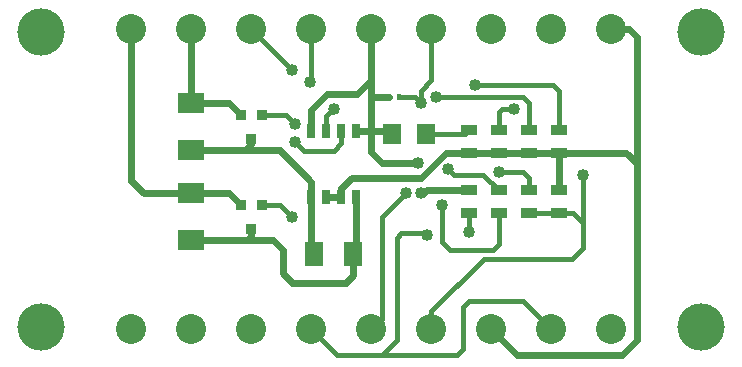
<source format=gtl>
G04 (created by PCBNEW (2013-07-07 BZR 4022)-stable) date 25/7/2559 14:55:53*
%MOIN*%
G04 Gerber Fmt 3.4, Leading zero omitted, Abs format*
%FSLAX34Y34*%
G01*
G70*
G90*
G04 APERTURE LIST*
%ADD10C,0.00590551*%
%ADD11R,0.036X0.036*%
%ADD12R,0.025X0.05*%
%ADD13R,0.06X0.08*%
%ADD14R,0.055X0.035*%
%ADD15R,0.0157X0.0236*%
%ADD16R,0.0629X0.0709*%
%ADD17R,0.0866X0.0709*%
%ADD18C,0.1*%
%ADD19C,0.1575*%
%ADD20C,0.04*%
%ADD21C,0.024*%
%ADD22C,0.015*%
G04 APERTURE END LIST*
G54D10*
G54D11*
X51250Y-36650D03*
X51950Y-36650D03*
X51600Y-37450D03*
X51250Y-39650D03*
X51950Y-39650D03*
X51600Y-40450D03*
G54D12*
X53600Y-39400D03*
X54100Y-39400D03*
X54600Y-39400D03*
X55100Y-39400D03*
X55100Y-37200D03*
X54600Y-37200D03*
X54100Y-37200D03*
X53600Y-37200D03*
G54D13*
X53700Y-41300D03*
X55000Y-41300D03*
G54D14*
X61850Y-39925D03*
X61850Y-39175D03*
X61850Y-37175D03*
X61850Y-37925D03*
X60850Y-37925D03*
X60850Y-37175D03*
X59850Y-37925D03*
X59850Y-37175D03*
X58850Y-37925D03*
X58850Y-37175D03*
X59850Y-39175D03*
X59850Y-39925D03*
X60850Y-39925D03*
X60850Y-39175D03*
X58850Y-39175D03*
X58850Y-39925D03*
G54D15*
X56173Y-36050D03*
X56527Y-36050D03*
G54D16*
X57409Y-37300D03*
X56291Y-37300D03*
G54D17*
X49600Y-39260D03*
X49600Y-40840D03*
X49600Y-36260D03*
X49600Y-37840D03*
G54D18*
X53600Y-33800D03*
X51600Y-33800D03*
X55600Y-33800D03*
X49600Y-33800D03*
X47600Y-33800D03*
X53600Y-43800D03*
X55600Y-43800D03*
X57600Y-43800D03*
X59600Y-43800D03*
X61600Y-43800D03*
X63600Y-43800D03*
X47600Y-43800D03*
X49600Y-43800D03*
X51600Y-43800D03*
X59600Y-33800D03*
X57600Y-33800D03*
X63600Y-33800D03*
X61600Y-33800D03*
G54D19*
X66600Y-33900D03*
X66600Y-43742D03*
X44600Y-33900D03*
X44600Y-43742D03*
G54D20*
X57250Y-39250D03*
X57150Y-38250D03*
X57450Y-40650D03*
X58850Y-40550D03*
X57750Y-36050D03*
X54350Y-36450D03*
X60350Y-36450D03*
X53050Y-37550D03*
X62650Y-38650D03*
X52950Y-35150D03*
X57250Y-36250D03*
X56750Y-39250D03*
X52950Y-40050D03*
X59850Y-38550D03*
X58150Y-38450D03*
X59050Y-35650D03*
X53550Y-35550D03*
X57950Y-39650D03*
X53050Y-36950D03*
G54D21*
X64105Y-37925D02*
X64450Y-38270D01*
X61850Y-37925D02*
X64105Y-37925D01*
X64450Y-38270D02*
X64450Y-34050D01*
X64200Y-33800D02*
X63600Y-33800D01*
X64450Y-34050D02*
X64200Y-33800D01*
X64450Y-40940D02*
X64450Y-38270D01*
X59600Y-43800D02*
X60450Y-44650D01*
X64450Y-44150D02*
X64450Y-40940D01*
X63950Y-44650D02*
X64450Y-44150D01*
X60450Y-44650D02*
X63950Y-44650D01*
X61850Y-39175D02*
X61850Y-38925D01*
X61850Y-38925D02*
X61850Y-37925D01*
X54600Y-39400D02*
X54600Y-39100D01*
X58075Y-37925D02*
X58850Y-37925D01*
X57250Y-38750D02*
X58075Y-37925D01*
X54950Y-38750D02*
X57250Y-38750D01*
X54600Y-39100D02*
X54950Y-38750D01*
X60850Y-37925D02*
X61850Y-37925D01*
X59850Y-37925D02*
X60850Y-37925D01*
X58850Y-37925D02*
X59850Y-37925D01*
X54100Y-39400D02*
X54600Y-39400D01*
X55600Y-35210D02*
X55600Y-35490D01*
X54130Y-35970D02*
X53600Y-36500D01*
X55120Y-35970D02*
X54130Y-35970D01*
X55600Y-35490D02*
X55120Y-35970D01*
X55600Y-37190D02*
X56181Y-37190D01*
X56181Y-37190D02*
X56291Y-37300D01*
X55100Y-37200D02*
X55460Y-37200D01*
X55600Y-37200D02*
X55600Y-37190D01*
X55460Y-37200D02*
X55600Y-37200D01*
X56173Y-36050D02*
X55600Y-36050D01*
X55600Y-36050D02*
X55600Y-36060D01*
X55600Y-33800D02*
X55600Y-35210D01*
X55600Y-35210D02*
X55600Y-36060D01*
X55600Y-36060D02*
X55600Y-37190D01*
X55600Y-37190D02*
X55600Y-37880D01*
X55970Y-38250D02*
X57150Y-38250D01*
X55600Y-37880D02*
X55970Y-38250D01*
X57250Y-39250D02*
X57350Y-39250D01*
X57350Y-39250D02*
X57450Y-39150D01*
X57450Y-39150D02*
X58350Y-39150D01*
X58850Y-39175D02*
X58825Y-39150D01*
X58350Y-39150D02*
X58825Y-39150D01*
X56191Y-37200D02*
X56291Y-37300D01*
X56191Y-37200D02*
X56291Y-37300D01*
X53600Y-37200D02*
X53600Y-36500D01*
G54D22*
X58850Y-39925D02*
X58850Y-40550D01*
X57400Y-40600D02*
X56600Y-40600D01*
X57450Y-40650D02*
X57400Y-40600D01*
X58850Y-39925D02*
X58850Y-39950D01*
X56450Y-44150D02*
X55950Y-44650D01*
X56600Y-40600D02*
X56450Y-40750D01*
X56450Y-40750D02*
X56450Y-44150D01*
X58650Y-43050D02*
X58850Y-42850D01*
X60650Y-42850D02*
X61600Y-43800D01*
X58850Y-42850D02*
X60650Y-42850D01*
X58650Y-44450D02*
X58650Y-43050D01*
X58450Y-44650D02*
X58650Y-44450D01*
X55950Y-44650D02*
X58450Y-44650D01*
X54450Y-44650D02*
X55950Y-44650D01*
X53600Y-43800D02*
X54450Y-44650D01*
G54D21*
X51600Y-40450D02*
X51600Y-40680D01*
X51440Y-40840D02*
X51460Y-40840D01*
X51600Y-40680D02*
X51440Y-40840D01*
X49600Y-40840D02*
X51460Y-40840D01*
X51460Y-40840D02*
X52310Y-40840D01*
X52960Y-42250D02*
X53350Y-42250D01*
X52640Y-41930D02*
X52960Y-42250D01*
X52640Y-41170D02*
X52640Y-41930D01*
X52310Y-40840D02*
X52640Y-41170D01*
X55100Y-39400D02*
X55100Y-41200D01*
X55100Y-41200D02*
X55000Y-41300D01*
X55000Y-42000D02*
X55000Y-41300D01*
X53350Y-42250D02*
X54750Y-42250D01*
X54750Y-42250D02*
X55000Y-42000D01*
X49600Y-36260D02*
X50860Y-36260D01*
X50860Y-36260D02*
X51250Y-36650D01*
X49600Y-33800D02*
X49600Y-36260D01*
G54D22*
X60650Y-36050D02*
X60850Y-36250D01*
X60850Y-36250D02*
X60850Y-37175D01*
X57750Y-36050D02*
X60650Y-36050D01*
X54100Y-36700D02*
X54100Y-37200D01*
X54350Y-36450D02*
X54100Y-36700D01*
X59850Y-37175D02*
X59850Y-36550D01*
X59950Y-36450D02*
X59850Y-36550D01*
X60350Y-36450D02*
X59950Y-36450D01*
X54600Y-37600D02*
X54600Y-37200D01*
X54350Y-37850D02*
X54600Y-37600D01*
X53350Y-37850D02*
X54350Y-37850D01*
X53050Y-37550D02*
X53350Y-37850D01*
X57409Y-37300D02*
X58725Y-37300D01*
X58725Y-37300D02*
X58850Y-37175D01*
G54D21*
X51600Y-37450D02*
X51600Y-37640D01*
X51600Y-37640D02*
X51400Y-37840D01*
X50460Y-37840D02*
X51400Y-37840D01*
X51400Y-37840D02*
X52540Y-37840D01*
X52540Y-37840D02*
X53600Y-38900D01*
X53600Y-38900D02*
X53600Y-39400D01*
X53600Y-39400D02*
X53600Y-41200D01*
X53600Y-41200D02*
X53700Y-41300D01*
X49600Y-37840D02*
X50460Y-37840D01*
G54D22*
X60000Y-41450D02*
X62290Y-41450D01*
X62290Y-41450D02*
X62650Y-41090D01*
X60850Y-39925D02*
X61850Y-39925D01*
X61850Y-39925D02*
X62325Y-39925D01*
X62325Y-39925D02*
X62650Y-40250D01*
X51600Y-33800D02*
X52950Y-35150D01*
X62650Y-38650D02*
X62650Y-40050D01*
X57600Y-43800D02*
X57600Y-43200D01*
X62650Y-41090D02*
X62650Y-40250D01*
X62650Y-40250D02*
X62650Y-40050D01*
X59350Y-41450D02*
X60000Y-41450D01*
X57600Y-43200D02*
X59350Y-41450D01*
X57600Y-35250D02*
X57600Y-35500D01*
X57250Y-35850D02*
X57250Y-36250D01*
X57600Y-35500D02*
X57250Y-35850D01*
X55600Y-43800D02*
X55950Y-43450D01*
X55950Y-40050D02*
X55950Y-43450D01*
X56750Y-39250D02*
X55950Y-40050D01*
X57050Y-36050D02*
X56527Y-36050D01*
X57250Y-36250D02*
X57050Y-36050D01*
X57600Y-33800D02*
X57600Y-35250D01*
X57600Y-35250D02*
X57600Y-35300D01*
X60850Y-39175D02*
X60850Y-38750D01*
X52550Y-39650D02*
X51950Y-39650D01*
X52950Y-40050D02*
X52550Y-39650D01*
X60650Y-38550D02*
X59850Y-38550D01*
X60850Y-38750D02*
X60650Y-38550D01*
X58150Y-38450D02*
X58350Y-38650D01*
X59325Y-38650D02*
X59850Y-39175D01*
X58350Y-38650D02*
X59325Y-38650D01*
X59050Y-35650D02*
X61650Y-35650D01*
X61850Y-35850D02*
X61850Y-37175D01*
X61650Y-35650D02*
X61850Y-35850D01*
X53600Y-35500D02*
X53550Y-35550D01*
X53600Y-33800D02*
X53600Y-35500D01*
X53600Y-33800D02*
X53600Y-34300D01*
X61850Y-36350D02*
X61850Y-37175D01*
X57950Y-40410D02*
X57950Y-40890D01*
X58210Y-41150D02*
X58550Y-41150D01*
X57950Y-40890D02*
X58210Y-41150D01*
X57950Y-39650D02*
X57950Y-40410D01*
X58550Y-41150D02*
X59650Y-41150D01*
X59650Y-41150D02*
X59850Y-40950D01*
X59850Y-40950D02*
X59850Y-39925D01*
X51950Y-36650D02*
X52750Y-36650D01*
X52750Y-36650D02*
X53050Y-36950D01*
G54D21*
X47600Y-37500D02*
X47600Y-38850D01*
X48010Y-39260D02*
X49600Y-39260D01*
X47600Y-38850D02*
X48010Y-39260D01*
X49600Y-39260D02*
X50860Y-39260D01*
X50860Y-39260D02*
X51250Y-39650D01*
X47600Y-33800D02*
X47600Y-37500D01*
M02*

</source>
